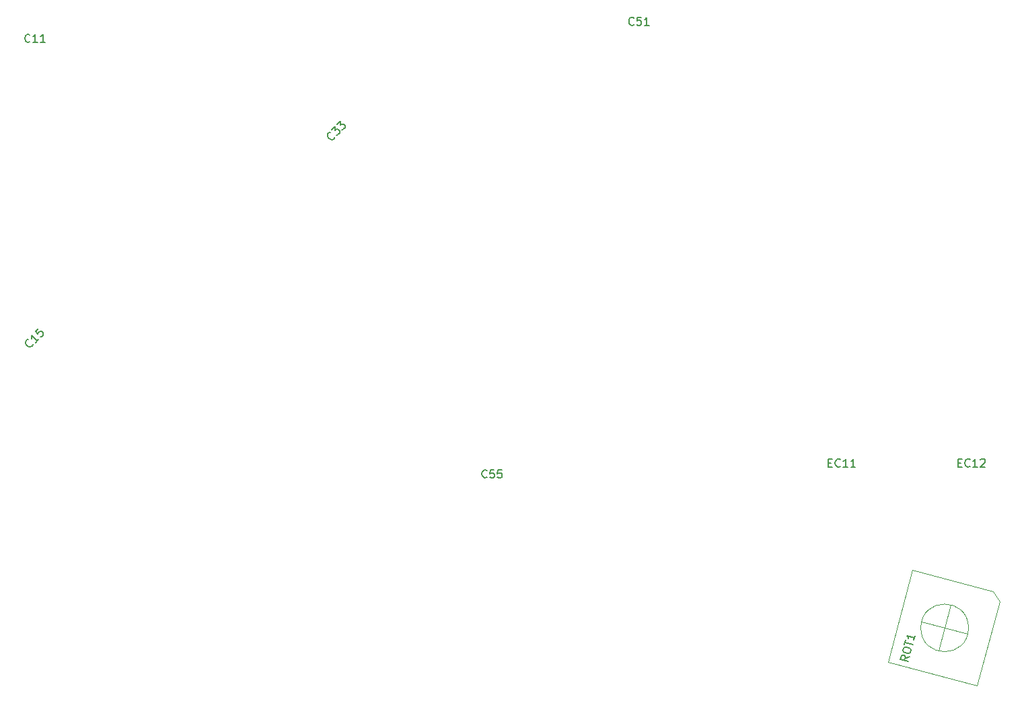
<source format=gbr>
%TF.GenerationSoftware,KiCad,Pcbnew,5.1.10*%
%TF.CreationDate,2021-09-07T21:41:42+02:00*%
%TF.ProjectId,mini,6d696e69-2e6b-4696-9361-645f70636258,rev?*%
%TF.SameCoordinates,Original*%
%TF.FileFunction,Other,Fab,Top*%
%FSLAX46Y46*%
G04 Gerber Fmt 4.6, Leading zero omitted, Abs format (unit mm)*
G04 Created by KiCad (PCBNEW 5.1.10) date 2021-09-07 21:41:42*
%MOMM*%
%LPD*%
G01*
G04 APERTURE LIST*
%ADD10C,0.120000*%
%ADD11C,0.150000*%
G04 APERTURE END LIST*
D10*
X208247457Y-144649223D02*
X206694543Y-150444777D01*
X210368777Y-148323457D02*
X204573223Y-146770543D01*
X213563766Y-142967895D02*
X214367465Y-144218521D01*
X203421544Y-140250295D02*
X213563766Y-142967895D01*
X200315716Y-151841404D02*
X203421544Y-140250295D01*
X211520456Y-154843705D02*
X200315716Y-151841404D01*
X214367465Y-144218521D02*
X211520456Y-154843705D01*
X210471000Y-147547000D02*
G75*
G03*
X210471000Y-147547000I-3000000J0D01*
G01*
D11*
X203028393Y-151192826D02*
X202482155Y-151391554D01*
X202880496Y-151744783D02*
X201914570Y-151485964D01*
X202013168Y-151117993D01*
X202083814Y-151038324D01*
X202142135Y-151004653D01*
X202246453Y-150983306D01*
X202384442Y-151020280D01*
X202464110Y-151090926D01*
X202497782Y-151149247D01*
X202519129Y-151253565D01*
X202420532Y-151621536D01*
X202222688Y-150336053D02*
X202271987Y-150152067D01*
X202342633Y-150072399D01*
X202459275Y-150005055D01*
X202655586Y-150008358D01*
X202977561Y-150094631D01*
X203149222Y-150189926D01*
X203216566Y-150306568D01*
X203237913Y-150410886D01*
X203188614Y-150594872D01*
X203117968Y-150674540D01*
X203001326Y-150741883D01*
X202805015Y-150738581D01*
X202483040Y-150652308D01*
X202311379Y-150557013D01*
X202244035Y-150440370D01*
X202222688Y-150336053D01*
X202407559Y-149646106D02*
X202555456Y-149094148D01*
X203447433Y-149628946D02*
X202481507Y-149370127D01*
X203743226Y-148525031D02*
X203595330Y-149076988D01*
X203669278Y-148801010D02*
X202703352Y-148542190D01*
X202816692Y-148671158D01*
X202884036Y-148787800D01*
X202905383Y-148892118D01*
X209173333Y-126748571D02*
X209506666Y-126748571D01*
X209649523Y-127272380D02*
X209173333Y-127272380D01*
X209173333Y-126272380D01*
X209649523Y-126272380D01*
X210649523Y-127177142D02*
X210601904Y-127224761D01*
X210459047Y-127272380D01*
X210363809Y-127272380D01*
X210220952Y-127224761D01*
X210125714Y-127129523D01*
X210078095Y-127034285D01*
X210030476Y-126843809D01*
X210030476Y-126700952D01*
X210078095Y-126510476D01*
X210125714Y-126415238D01*
X210220952Y-126320000D01*
X210363809Y-126272380D01*
X210459047Y-126272380D01*
X210601904Y-126320000D01*
X210649523Y-126367619D01*
X211601904Y-127272380D02*
X211030476Y-127272380D01*
X211316190Y-127272380D02*
X211316190Y-126272380D01*
X211220952Y-126415238D01*
X211125714Y-126510476D01*
X211030476Y-126558095D01*
X211982857Y-126367619D02*
X212030476Y-126320000D01*
X212125714Y-126272380D01*
X212363809Y-126272380D01*
X212459047Y-126320000D01*
X212506666Y-126367619D01*
X212554285Y-126462857D01*
X212554285Y-126558095D01*
X212506666Y-126700952D01*
X211935238Y-127272380D01*
X212554285Y-127272380D01*
X192846333Y-126748571D02*
X193179666Y-126748571D01*
X193322523Y-127272380D02*
X192846333Y-127272380D01*
X192846333Y-126272380D01*
X193322523Y-126272380D01*
X194322523Y-127177142D02*
X194274904Y-127224761D01*
X194132047Y-127272380D01*
X194036809Y-127272380D01*
X193893952Y-127224761D01*
X193798714Y-127129523D01*
X193751095Y-127034285D01*
X193703476Y-126843809D01*
X193703476Y-126700952D01*
X193751095Y-126510476D01*
X193798714Y-126415238D01*
X193893952Y-126320000D01*
X194036809Y-126272380D01*
X194132047Y-126272380D01*
X194274904Y-126320000D01*
X194322523Y-126367619D01*
X195274904Y-127272380D02*
X194703476Y-127272380D01*
X194989190Y-127272380D02*
X194989190Y-126272380D01*
X194893952Y-126415238D01*
X194798714Y-126510476D01*
X194703476Y-126558095D01*
X196227285Y-127272380D02*
X195655857Y-127272380D01*
X195941571Y-127272380D02*
X195941571Y-126272380D01*
X195846333Y-126415238D01*
X195751095Y-126510476D01*
X195655857Y-126558095D01*
X92357142Y-73677142D02*
X92309523Y-73724761D01*
X92166666Y-73772380D01*
X92071428Y-73772380D01*
X91928571Y-73724761D01*
X91833333Y-73629523D01*
X91785714Y-73534285D01*
X91738095Y-73343809D01*
X91738095Y-73200952D01*
X91785714Y-73010476D01*
X91833333Y-72915238D01*
X91928571Y-72820000D01*
X92071428Y-72772380D01*
X92166666Y-72772380D01*
X92309523Y-72820000D01*
X92357142Y-72867619D01*
X93309523Y-73772380D02*
X92738095Y-73772380D01*
X93023809Y-73772380D02*
X93023809Y-72772380D01*
X92928571Y-72915238D01*
X92833333Y-73010476D01*
X92738095Y-73058095D01*
X94261904Y-73772380D02*
X93690476Y-73772380D01*
X93976190Y-73772380D02*
X93976190Y-72772380D01*
X93880952Y-72915238D01*
X93785714Y-73010476D01*
X93690476Y-73058095D01*
X130710101Y-85689974D02*
X130710101Y-85757318D01*
X130642757Y-85892005D01*
X130575414Y-85959348D01*
X130440727Y-86026692D01*
X130306040Y-86026692D01*
X130205025Y-85993020D01*
X130036666Y-85892005D01*
X129935651Y-85790990D01*
X129834635Y-85622631D01*
X129800964Y-85521616D01*
X129800964Y-85386929D01*
X129868307Y-85252242D01*
X129935651Y-85184898D01*
X130070338Y-85117555D01*
X130137681Y-85117555D01*
X130306040Y-84814509D02*
X130743773Y-84376776D01*
X130777444Y-84881852D01*
X130878460Y-84780837D01*
X130979475Y-84747165D01*
X131046819Y-84747165D01*
X131147834Y-84780837D01*
X131316193Y-84949196D01*
X131349864Y-85050211D01*
X131349864Y-85117555D01*
X131316193Y-85218570D01*
X131114162Y-85420600D01*
X131013147Y-85454272D01*
X130945803Y-85454272D01*
X130979475Y-84141074D02*
X131417208Y-83703341D01*
X131450880Y-84208417D01*
X131551895Y-84107402D01*
X131652910Y-84073730D01*
X131720254Y-84073730D01*
X131821269Y-84107402D01*
X131989628Y-84275761D01*
X132023299Y-84376776D01*
X132023299Y-84444119D01*
X131989628Y-84545135D01*
X131787597Y-84747165D01*
X131686582Y-84780837D01*
X131619238Y-84780837D01*
X149868142Y-128543142D02*
X149820523Y-128590761D01*
X149677666Y-128638380D01*
X149582428Y-128638380D01*
X149439571Y-128590761D01*
X149344333Y-128495523D01*
X149296714Y-128400285D01*
X149249095Y-128209809D01*
X149249095Y-128066952D01*
X149296714Y-127876476D01*
X149344333Y-127781238D01*
X149439571Y-127686000D01*
X149582428Y-127638380D01*
X149677666Y-127638380D01*
X149820523Y-127686000D01*
X149868142Y-127733619D01*
X150772904Y-127638380D02*
X150296714Y-127638380D01*
X150249095Y-128114571D01*
X150296714Y-128066952D01*
X150391952Y-128019333D01*
X150630047Y-128019333D01*
X150725285Y-128066952D01*
X150772904Y-128114571D01*
X150820523Y-128209809D01*
X150820523Y-128447904D01*
X150772904Y-128543142D01*
X150725285Y-128590761D01*
X150630047Y-128638380D01*
X150391952Y-128638380D01*
X150296714Y-128590761D01*
X150249095Y-128543142D01*
X151725285Y-127638380D02*
X151249095Y-127638380D01*
X151201476Y-128114571D01*
X151249095Y-128066952D01*
X151344333Y-128019333D01*
X151582428Y-128019333D01*
X151677666Y-128066952D01*
X151725285Y-128114571D01*
X151772904Y-128209809D01*
X151772904Y-128447904D01*
X151725285Y-128543142D01*
X151677666Y-128590761D01*
X151582428Y-128638380D01*
X151344333Y-128638380D01*
X151249095Y-128590761D01*
X151201476Y-128543142D01*
X92710101Y-111814974D02*
X92710101Y-111882318D01*
X92642757Y-112017005D01*
X92575414Y-112084348D01*
X92440727Y-112151692D01*
X92306040Y-112151692D01*
X92205025Y-112118020D01*
X92036666Y-112017005D01*
X91935651Y-111915990D01*
X91834635Y-111747631D01*
X91800964Y-111646616D01*
X91800964Y-111511929D01*
X91868307Y-111377242D01*
X91935651Y-111309898D01*
X92070338Y-111242555D01*
X92137681Y-111242555D01*
X93450880Y-111208883D02*
X93046819Y-111612944D01*
X93248849Y-111410913D02*
X92541742Y-110703806D01*
X92575414Y-110872165D01*
X92575414Y-111006852D01*
X92541742Y-111107868D01*
X93383536Y-109862013D02*
X93046819Y-110198730D01*
X93349864Y-110569119D01*
X93349864Y-110501776D01*
X93383536Y-110400761D01*
X93551895Y-110232402D01*
X93652910Y-110198730D01*
X93720254Y-110198730D01*
X93821269Y-110232402D01*
X93989628Y-110400761D01*
X94023299Y-110501776D01*
X94023299Y-110569119D01*
X93989628Y-110670135D01*
X93821269Y-110838493D01*
X93720254Y-110872165D01*
X93652910Y-110872165D01*
X168357142Y-71539642D02*
X168309523Y-71587261D01*
X168166666Y-71634880D01*
X168071428Y-71634880D01*
X167928571Y-71587261D01*
X167833333Y-71492023D01*
X167785714Y-71396785D01*
X167738095Y-71206309D01*
X167738095Y-71063452D01*
X167785714Y-70872976D01*
X167833333Y-70777738D01*
X167928571Y-70682500D01*
X168071428Y-70634880D01*
X168166666Y-70634880D01*
X168309523Y-70682500D01*
X168357142Y-70730119D01*
X169261904Y-70634880D02*
X168785714Y-70634880D01*
X168738095Y-71111071D01*
X168785714Y-71063452D01*
X168880952Y-71015833D01*
X169119047Y-71015833D01*
X169214285Y-71063452D01*
X169261904Y-71111071D01*
X169309523Y-71206309D01*
X169309523Y-71444404D01*
X169261904Y-71539642D01*
X169214285Y-71587261D01*
X169119047Y-71634880D01*
X168880952Y-71634880D01*
X168785714Y-71587261D01*
X168738095Y-71539642D01*
X170261904Y-71634880D02*
X169690476Y-71634880D01*
X169976190Y-71634880D02*
X169976190Y-70634880D01*
X169880952Y-70777738D01*
X169785714Y-70872976D01*
X169690476Y-70920595D01*
M02*

</source>
